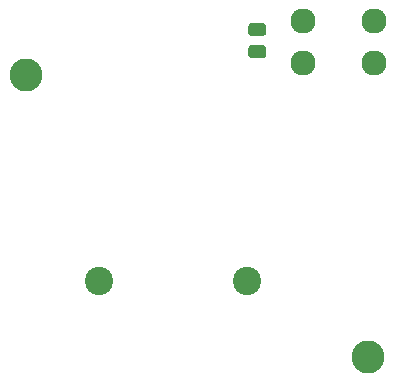
<source format=gbr>
%TF.GenerationSoftware,KiCad,Pcbnew,(5.1.5)-3*%
%TF.CreationDate,2020-10-03T13:17:45-05:00*%
%TF.ProjectId,BPS-ShuntResistorPCB,4250532d-5368-4756-9e74-526573697374,rev?*%
%TF.SameCoordinates,Original*%
%TF.FileFunction,Soldermask,Top*%
%TF.FilePolarity,Negative*%
%FSLAX46Y46*%
G04 Gerber Fmt 4.6, Leading zero omitted, Abs format (unit mm)*
G04 Created by KiCad (PCBNEW (5.1.5)-3) date 2020-10-03 13:17:45*
%MOMM*%
%LPD*%
G04 APERTURE LIST*
%ADD10C,2.800000*%
%ADD11C,2.128000*%
%ADD12C,0.100000*%
%ADD13C,2.400000*%
G04 APERTURE END LIST*
D10*
%TO.C,H2*%
X178816000Y-102489000D03*
%TD*%
%TO.C,H1*%
X149860000Y-78613000D03*
%TD*%
D11*
%TO.C,J1*%
X173324000Y-74041000D03*
X173324000Y-77589000D03*
X179324000Y-74041000D03*
X179324000Y-77589000D03*
%TD*%
D12*
%TO.C,Thermistor*%
G36*
X169950992Y-74192894D02*
G01*
X169977081Y-74196764D01*
X170002664Y-74203172D01*
X170027496Y-74212057D01*
X170051338Y-74223334D01*
X170073960Y-74236893D01*
X170095143Y-74252603D01*
X170114685Y-74270315D01*
X170132397Y-74289857D01*
X170148107Y-74311040D01*
X170161666Y-74333662D01*
X170172943Y-74357504D01*
X170181828Y-74382336D01*
X170188236Y-74407919D01*
X170192106Y-74434008D01*
X170193400Y-74460350D01*
X170193400Y-74997850D01*
X170192106Y-75024192D01*
X170188236Y-75050281D01*
X170181828Y-75075864D01*
X170172943Y-75100696D01*
X170161666Y-75124538D01*
X170148107Y-75147160D01*
X170132397Y-75168343D01*
X170114685Y-75187885D01*
X170095143Y-75205597D01*
X170073960Y-75221307D01*
X170051338Y-75234866D01*
X170027496Y-75246143D01*
X170002664Y-75255028D01*
X169977081Y-75261436D01*
X169950992Y-75265306D01*
X169924650Y-75266600D01*
X168962150Y-75266600D01*
X168935808Y-75265306D01*
X168909719Y-75261436D01*
X168884136Y-75255028D01*
X168859304Y-75246143D01*
X168835462Y-75234866D01*
X168812840Y-75221307D01*
X168791657Y-75205597D01*
X168772115Y-75187885D01*
X168754403Y-75168343D01*
X168738693Y-75147160D01*
X168725134Y-75124538D01*
X168713857Y-75100696D01*
X168704972Y-75075864D01*
X168698564Y-75050281D01*
X168694694Y-75024192D01*
X168693400Y-74997850D01*
X168693400Y-74460350D01*
X168694694Y-74434008D01*
X168698564Y-74407919D01*
X168704972Y-74382336D01*
X168713857Y-74357504D01*
X168725134Y-74333662D01*
X168738693Y-74311040D01*
X168754403Y-74289857D01*
X168772115Y-74270315D01*
X168791657Y-74252603D01*
X168812840Y-74236893D01*
X168835462Y-74223334D01*
X168859304Y-74212057D01*
X168884136Y-74203172D01*
X168909719Y-74196764D01*
X168935808Y-74192894D01*
X168962150Y-74191600D01*
X169924650Y-74191600D01*
X169950992Y-74192894D01*
G37*
G36*
X169950992Y-76067894D02*
G01*
X169977081Y-76071764D01*
X170002664Y-76078172D01*
X170027496Y-76087057D01*
X170051338Y-76098334D01*
X170073960Y-76111893D01*
X170095143Y-76127603D01*
X170114685Y-76145315D01*
X170132397Y-76164857D01*
X170148107Y-76186040D01*
X170161666Y-76208662D01*
X170172943Y-76232504D01*
X170181828Y-76257336D01*
X170188236Y-76282919D01*
X170192106Y-76309008D01*
X170193400Y-76335350D01*
X170193400Y-76872850D01*
X170192106Y-76899192D01*
X170188236Y-76925281D01*
X170181828Y-76950864D01*
X170172943Y-76975696D01*
X170161666Y-76999538D01*
X170148107Y-77022160D01*
X170132397Y-77043343D01*
X170114685Y-77062885D01*
X170095143Y-77080597D01*
X170073960Y-77096307D01*
X170051338Y-77109866D01*
X170027496Y-77121143D01*
X170002664Y-77130028D01*
X169977081Y-77136436D01*
X169950992Y-77140306D01*
X169924650Y-77141600D01*
X168962150Y-77141600D01*
X168935808Y-77140306D01*
X168909719Y-77136436D01*
X168884136Y-77130028D01*
X168859304Y-77121143D01*
X168835462Y-77109866D01*
X168812840Y-77096307D01*
X168791657Y-77080597D01*
X168772115Y-77062885D01*
X168754403Y-77043343D01*
X168738693Y-77022160D01*
X168725134Y-76999538D01*
X168713857Y-76975696D01*
X168704972Y-76950864D01*
X168698564Y-76925281D01*
X168694694Y-76899192D01*
X168693400Y-76872850D01*
X168693400Y-76335350D01*
X168694694Y-76309008D01*
X168698564Y-76282919D01*
X168704972Y-76257336D01*
X168713857Y-76232504D01*
X168725134Y-76208662D01*
X168738693Y-76186040D01*
X168754403Y-76164857D01*
X168772115Y-76145315D01*
X168791657Y-76127603D01*
X168812840Y-76111893D01*
X168835462Y-76098334D01*
X168859304Y-76087057D01*
X168884136Y-76078172D01*
X168909719Y-76071764D01*
X168935808Y-76067894D01*
X168962150Y-76066600D01*
X169924650Y-76066600D01*
X169950992Y-76067894D01*
G37*
%TD*%
D13*
%TO.C,R1*%
X168579800Y-96037400D03*
X156006800Y-96037400D03*
%TD*%
M02*

</source>
